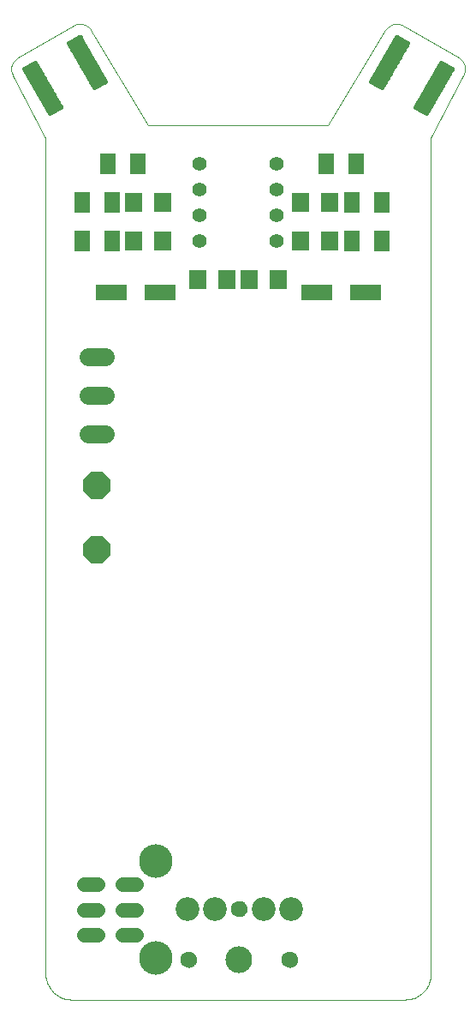
<source format=gts>
G75*
%MOIN*%
%OFA0B0*%
%FSLAX24Y24*%
%IPPOS*%
%LPD*%
%AMOC8*
5,1,8,0,0,1.08239X$1,22.5*
%
%ADD10C,0.0000*%
%ADD11C,0.0160*%
%ADD12C,0.0560*%
%ADD13R,0.0670X0.0750*%
%ADD14R,0.1221X0.0591*%
%ADD15C,0.1040*%
%ADD16C,0.0926*%
%ADD17C,0.0631*%
%ADD18R,0.0631X0.0827*%
%ADD19C,0.0600*%
%ADD20C,0.0555*%
%ADD21C,0.1306*%
%ADD22OC8,0.1040*%
%ADD23C,0.0700*%
D10*
X005983Y001995D02*
X005983Y034495D01*
X004718Y036919D01*
X004698Y036958D01*
X004681Y036998D01*
X004668Y037040D01*
X004659Y037082D01*
X004653Y037125D01*
X004651Y037169D01*
X004653Y037213D01*
X004659Y037256D01*
X004668Y037298D01*
X004681Y037340D01*
X004698Y037380D01*
X004718Y037419D01*
X004741Y037456D01*
X004768Y037490D01*
X004797Y037523D01*
X004830Y037552D01*
X004864Y037579D01*
X004901Y037602D01*
X007066Y038852D01*
X007105Y038872D01*
X007145Y038889D01*
X007187Y038902D01*
X007229Y038911D01*
X007272Y038917D01*
X007316Y038919D01*
X007360Y038917D01*
X007403Y038911D01*
X007445Y038902D01*
X007487Y038889D01*
X007527Y038872D01*
X007566Y038852D01*
X007603Y038829D01*
X007637Y038802D01*
X007670Y038773D01*
X007699Y038740D01*
X007726Y038706D01*
X007749Y038669D01*
X009983Y034995D01*
X016983Y034995D01*
X019218Y038669D01*
X019241Y038706D01*
X019268Y038740D01*
X019297Y038773D01*
X019330Y038802D01*
X019364Y038829D01*
X019401Y038852D01*
X019440Y038872D01*
X019480Y038889D01*
X019522Y038902D01*
X019564Y038911D01*
X019607Y038917D01*
X019651Y038919D01*
X019695Y038917D01*
X019738Y038911D01*
X019780Y038902D01*
X019822Y038889D01*
X019862Y038872D01*
X019901Y038852D01*
X022066Y037602D01*
X022103Y037579D01*
X022137Y037552D01*
X022170Y037523D01*
X022199Y037490D01*
X022226Y037456D01*
X022249Y037419D01*
X022269Y037380D01*
X022286Y037340D01*
X022299Y037298D01*
X022308Y037256D01*
X022314Y037213D01*
X022316Y037169D01*
X022314Y037125D01*
X022308Y037082D01*
X022299Y037040D01*
X022286Y036998D01*
X022269Y036958D01*
X022249Y036919D01*
X020983Y034495D01*
X020983Y001995D01*
X020981Y001935D01*
X020976Y001874D01*
X020967Y001815D01*
X020954Y001756D01*
X020938Y001697D01*
X020918Y001640D01*
X020895Y001585D01*
X020868Y001530D01*
X020839Y001478D01*
X020806Y001427D01*
X020770Y001378D01*
X020732Y001332D01*
X020690Y001288D01*
X020646Y001246D01*
X020600Y001208D01*
X020551Y001172D01*
X020500Y001139D01*
X020448Y001110D01*
X020393Y001083D01*
X020338Y001060D01*
X020281Y001040D01*
X020222Y001024D01*
X020163Y001011D01*
X020104Y001002D01*
X020043Y000997D01*
X019983Y000995D01*
X006983Y000995D01*
X006923Y000997D01*
X006862Y001002D01*
X006803Y001011D01*
X006744Y001024D01*
X006685Y001040D01*
X006628Y001060D01*
X006573Y001083D01*
X006518Y001110D01*
X006466Y001139D01*
X006415Y001172D01*
X006366Y001208D01*
X006320Y001246D01*
X006276Y001288D01*
X006234Y001332D01*
X006196Y001378D01*
X006160Y001427D01*
X006127Y001478D01*
X006098Y001530D01*
X006071Y001585D01*
X006048Y001640D01*
X006028Y001697D01*
X006012Y001756D01*
X005999Y001815D01*
X005990Y001874D01*
X005985Y001935D01*
X005983Y001995D01*
X011259Y002558D02*
X011261Y002592D01*
X011267Y002626D01*
X011277Y002659D01*
X011290Y002690D01*
X011308Y002720D01*
X011328Y002748D01*
X011352Y002773D01*
X011378Y002795D01*
X011406Y002813D01*
X011437Y002829D01*
X011469Y002841D01*
X011503Y002849D01*
X011537Y002853D01*
X011571Y002853D01*
X011605Y002849D01*
X011639Y002841D01*
X011671Y002829D01*
X011701Y002813D01*
X011730Y002795D01*
X011756Y002773D01*
X011780Y002748D01*
X011800Y002720D01*
X011818Y002690D01*
X011831Y002659D01*
X011841Y002626D01*
X011847Y002592D01*
X011849Y002558D01*
X011847Y002524D01*
X011841Y002490D01*
X011831Y002457D01*
X011818Y002426D01*
X011800Y002396D01*
X011780Y002368D01*
X011756Y002343D01*
X011730Y002321D01*
X011702Y002303D01*
X011671Y002287D01*
X011639Y002275D01*
X011605Y002267D01*
X011571Y002263D01*
X011537Y002263D01*
X011503Y002267D01*
X011469Y002275D01*
X011437Y002287D01*
X011406Y002303D01*
X011378Y002321D01*
X011352Y002343D01*
X011328Y002368D01*
X011308Y002396D01*
X011290Y002426D01*
X011277Y002457D01*
X011267Y002490D01*
X011261Y002524D01*
X011259Y002558D01*
X013228Y004527D02*
X013230Y004561D01*
X013236Y004595D01*
X013246Y004628D01*
X013259Y004659D01*
X013277Y004689D01*
X013297Y004717D01*
X013321Y004742D01*
X013347Y004764D01*
X013375Y004782D01*
X013406Y004798D01*
X013438Y004810D01*
X013472Y004818D01*
X013506Y004822D01*
X013540Y004822D01*
X013574Y004818D01*
X013608Y004810D01*
X013640Y004798D01*
X013670Y004782D01*
X013699Y004764D01*
X013725Y004742D01*
X013749Y004717D01*
X013769Y004689D01*
X013787Y004659D01*
X013800Y004628D01*
X013810Y004595D01*
X013816Y004561D01*
X013818Y004527D01*
X013816Y004493D01*
X013810Y004459D01*
X013800Y004426D01*
X013787Y004395D01*
X013769Y004365D01*
X013749Y004337D01*
X013725Y004312D01*
X013699Y004290D01*
X013671Y004272D01*
X013640Y004256D01*
X013608Y004244D01*
X013574Y004236D01*
X013540Y004232D01*
X013506Y004232D01*
X013472Y004236D01*
X013438Y004244D01*
X013406Y004256D01*
X013375Y004272D01*
X013347Y004290D01*
X013321Y004312D01*
X013297Y004337D01*
X013277Y004365D01*
X013259Y004395D01*
X013246Y004426D01*
X013236Y004459D01*
X013230Y004493D01*
X013228Y004527D01*
X015196Y002558D02*
X015198Y002592D01*
X015204Y002626D01*
X015214Y002659D01*
X015227Y002690D01*
X015245Y002720D01*
X015265Y002748D01*
X015289Y002773D01*
X015315Y002795D01*
X015343Y002813D01*
X015374Y002829D01*
X015406Y002841D01*
X015440Y002849D01*
X015474Y002853D01*
X015508Y002853D01*
X015542Y002849D01*
X015576Y002841D01*
X015608Y002829D01*
X015638Y002813D01*
X015667Y002795D01*
X015693Y002773D01*
X015717Y002748D01*
X015737Y002720D01*
X015755Y002690D01*
X015768Y002659D01*
X015778Y002626D01*
X015784Y002592D01*
X015786Y002558D01*
X015784Y002524D01*
X015778Y002490D01*
X015768Y002457D01*
X015755Y002426D01*
X015737Y002396D01*
X015717Y002368D01*
X015693Y002343D01*
X015667Y002321D01*
X015639Y002303D01*
X015608Y002287D01*
X015576Y002275D01*
X015542Y002267D01*
X015508Y002263D01*
X015474Y002263D01*
X015440Y002267D01*
X015406Y002275D01*
X015374Y002287D01*
X015343Y002303D01*
X015315Y002321D01*
X015289Y002343D01*
X015265Y002368D01*
X015245Y002396D01*
X015227Y002426D01*
X015214Y002457D01*
X015204Y002490D01*
X015198Y002524D01*
X015196Y002558D01*
D11*
X020816Y035437D02*
X021816Y037169D01*
X021383Y037419D01*
X020383Y035687D01*
X020816Y035437D01*
X020880Y035548D02*
X020623Y035548D01*
X020394Y035707D02*
X020971Y035707D01*
X021063Y035865D02*
X020486Y035865D01*
X020577Y036024D02*
X021154Y036024D01*
X021246Y036182D02*
X020669Y036182D01*
X020760Y036341D02*
X021337Y036341D01*
X021429Y036499D02*
X020852Y036499D01*
X020943Y036658D02*
X021520Y036658D01*
X021612Y036816D02*
X021035Y036816D01*
X021126Y036975D02*
X021704Y036975D01*
X021795Y037133D02*
X021218Y037133D01*
X021309Y037292D02*
X021604Y037292D01*
X020084Y038169D02*
X019651Y038419D01*
X018651Y036687D01*
X019084Y036437D01*
X020084Y038169D01*
X020035Y038084D02*
X019457Y038084D01*
X019366Y037926D02*
X019943Y037926D01*
X019852Y037767D02*
X019274Y037767D01*
X019183Y037609D02*
X019760Y037609D01*
X019669Y037450D02*
X019091Y037450D01*
X019000Y037292D02*
X019577Y037292D01*
X019486Y037133D02*
X018908Y037133D01*
X018817Y036975D02*
X019394Y036975D01*
X019303Y036816D02*
X018725Y036816D01*
X018702Y036658D02*
X019211Y036658D01*
X019120Y036499D02*
X018976Y036499D01*
X019549Y038243D02*
X019956Y038243D01*
X019682Y038401D02*
X019640Y038401D01*
X008316Y036687D02*
X007316Y038419D01*
X006883Y038169D01*
X007883Y036437D01*
X008316Y036687D01*
X008265Y036658D02*
X007755Y036658D01*
X007664Y036816D02*
X008241Y036816D01*
X008150Y036975D02*
X007572Y036975D01*
X007481Y037133D02*
X008058Y037133D01*
X007967Y037292D02*
X007389Y037292D01*
X007298Y037450D02*
X007875Y037450D01*
X007784Y037609D02*
X007206Y037609D01*
X007115Y037767D02*
X007692Y037767D01*
X007601Y037926D02*
X007023Y037926D01*
X006932Y038084D02*
X007509Y038084D01*
X007418Y038243D02*
X007010Y038243D01*
X007285Y038401D02*
X007326Y038401D01*
X007847Y036499D02*
X007990Y036499D01*
X006584Y035687D02*
X005584Y037419D01*
X005151Y037169D01*
X006151Y035437D01*
X006584Y035687D01*
X006572Y035707D02*
X005995Y035707D01*
X005904Y035865D02*
X006481Y035865D01*
X006389Y036024D02*
X005812Y036024D01*
X005721Y036182D02*
X006298Y036182D01*
X006206Y036341D02*
X005629Y036341D01*
X005538Y036499D02*
X006115Y036499D01*
X006023Y036658D02*
X005446Y036658D01*
X005355Y036816D02*
X005932Y036816D01*
X005840Y036975D02*
X005263Y036975D01*
X005172Y037133D02*
X005749Y037133D01*
X005657Y037292D02*
X005363Y037292D01*
X006087Y035548D02*
X006343Y035548D01*
D12*
X011983Y033495D03*
X011983Y032495D03*
X011983Y031495D03*
X011983Y030495D03*
X014983Y030495D03*
X014983Y031495D03*
X014983Y032495D03*
X014983Y033495D03*
D13*
X015923Y031995D03*
X015923Y030495D03*
X015043Y028995D03*
X013923Y028995D03*
X013043Y028995D03*
X011923Y028995D03*
X010543Y030495D03*
X010543Y031995D03*
X009423Y031995D03*
X009423Y030495D03*
X017043Y030495D03*
X017043Y031995D03*
D14*
X016538Y028495D03*
X018428Y028495D03*
X010428Y028495D03*
X008538Y028495D03*
D15*
X013523Y002558D03*
D16*
X014468Y004527D03*
X015531Y004527D03*
X012578Y004527D03*
X011515Y004527D03*
D17*
X011554Y002558D03*
X013523Y004527D03*
X015491Y002558D03*
D18*
X017893Y030495D03*
X017893Y031995D03*
X018074Y033495D03*
X019074Y031995D03*
X019074Y030495D03*
X016893Y033495D03*
X009574Y033495D03*
X008574Y031995D03*
X008574Y030495D03*
X007393Y030495D03*
X007393Y031995D03*
X008393Y033495D03*
D19*
X007836Y036987D03*
X006131Y036003D03*
X019131Y036987D03*
X020836Y036003D03*
D20*
X009498Y005480D02*
X008983Y005480D01*
X008983Y004495D02*
X009498Y004495D01*
X009498Y003511D02*
X008983Y003511D01*
X007999Y003511D02*
X007484Y003511D01*
X007484Y004495D02*
X007999Y004495D01*
X007999Y005480D02*
X007484Y005480D01*
D21*
X010282Y006365D03*
X010282Y002625D03*
D22*
X007983Y018495D03*
X007983Y020995D03*
D23*
X007653Y022995D02*
X008313Y022995D01*
X008313Y024495D02*
X007653Y024495D01*
X007653Y025995D02*
X008313Y025995D01*
M02*

</source>
